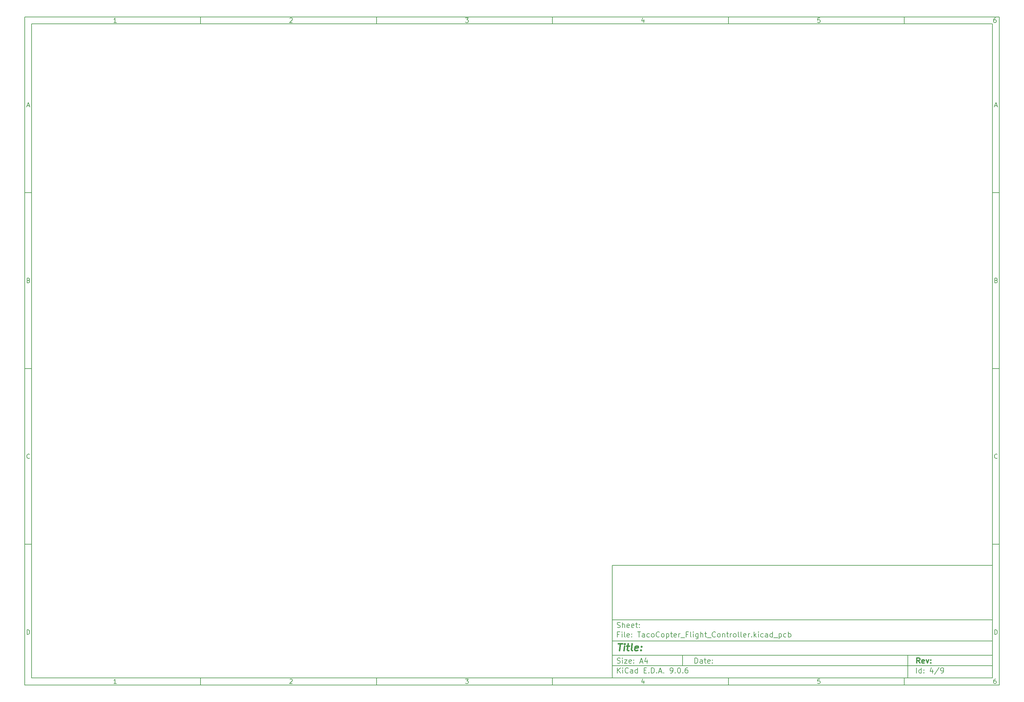
<source format=gbp>
%TF.GenerationSoftware,KiCad,Pcbnew,9.0.6*%
%TF.CreationDate,2025-12-23T20:00:03-05:00*%
%TF.ProjectId,TacoCopter_Flight_Controller,5461636f-436f-4707-9465-725f466c6967,rev?*%
%TF.SameCoordinates,Original*%
%TF.FileFunction,Paste,Bot*%
%TF.FilePolarity,Positive*%
%FSLAX46Y46*%
G04 Gerber Fmt 4.6, Leading zero omitted, Abs format (unit mm)*
G04 Created by KiCad (PCBNEW 9.0.6) date 2025-12-23 20:00:03*
%MOMM*%
%LPD*%
G01*
G04 APERTURE LIST*
%ADD10C,0.100000*%
%ADD11C,0.150000*%
%ADD12C,0.300000*%
%ADD13C,0.400000*%
G04 APERTURE END LIST*
D10*
D11*
X177002200Y-166007200D02*
X285002200Y-166007200D01*
X285002200Y-198007200D01*
X177002200Y-198007200D01*
X177002200Y-166007200D01*
D10*
D11*
X10000000Y-10000000D02*
X287002200Y-10000000D01*
X287002200Y-200007200D01*
X10000000Y-200007200D01*
X10000000Y-10000000D01*
D10*
D11*
X12000000Y-12000000D02*
X285002200Y-12000000D01*
X285002200Y-198007200D01*
X12000000Y-198007200D01*
X12000000Y-12000000D01*
D10*
D11*
X60000000Y-12000000D02*
X60000000Y-10000000D01*
D10*
D11*
X110000000Y-12000000D02*
X110000000Y-10000000D01*
D10*
D11*
X160000000Y-12000000D02*
X160000000Y-10000000D01*
D10*
D11*
X210000000Y-12000000D02*
X210000000Y-10000000D01*
D10*
D11*
X260000000Y-12000000D02*
X260000000Y-10000000D01*
D10*
D11*
X36089160Y-11593604D02*
X35346303Y-11593604D01*
X35717731Y-11593604D02*
X35717731Y-10293604D01*
X35717731Y-10293604D02*
X35593922Y-10479319D01*
X35593922Y-10479319D02*
X35470112Y-10603128D01*
X35470112Y-10603128D02*
X35346303Y-10665033D01*
D10*
D11*
X85346303Y-10417414D02*
X85408207Y-10355509D01*
X85408207Y-10355509D02*
X85532017Y-10293604D01*
X85532017Y-10293604D02*
X85841541Y-10293604D01*
X85841541Y-10293604D02*
X85965350Y-10355509D01*
X85965350Y-10355509D02*
X86027255Y-10417414D01*
X86027255Y-10417414D02*
X86089160Y-10541223D01*
X86089160Y-10541223D02*
X86089160Y-10665033D01*
X86089160Y-10665033D02*
X86027255Y-10850747D01*
X86027255Y-10850747D02*
X85284398Y-11593604D01*
X85284398Y-11593604D02*
X86089160Y-11593604D01*
D10*
D11*
X135284398Y-10293604D02*
X136089160Y-10293604D01*
X136089160Y-10293604D02*
X135655826Y-10788842D01*
X135655826Y-10788842D02*
X135841541Y-10788842D01*
X135841541Y-10788842D02*
X135965350Y-10850747D01*
X135965350Y-10850747D02*
X136027255Y-10912652D01*
X136027255Y-10912652D02*
X136089160Y-11036461D01*
X136089160Y-11036461D02*
X136089160Y-11345985D01*
X136089160Y-11345985D02*
X136027255Y-11469795D01*
X136027255Y-11469795D02*
X135965350Y-11531700D01*
X135965350Y-11531700D02*
X135841541Y-11593604D01*
X135841541Y-11593604D02*
X135470112Y-11593604D01*
X135470112Y-11593604D02*
X135346303Y-11531700D01*
X135346303Y-11531700D02*
X135284398Y-11469795D01*
D10*
D11*
X185965350Y-10726938D02*
X185965350Y-11593604D01*
X185655826Y-10231700D02*
X185346303Y-11160271D01*
X185346303Y-11160271D02*
X186151064Y-11160271D01*
D10*
D11*
X236027255Y-10293604D02*
X235408207Y-10293604D01*
X235408207Y-10293604D02*
X235346303Y-10912652D01*
X235346303Y-10912652D02*
X235408207Y-10850747D01*
X235408207Y-10850747D02*
X235532017Y-10788842D01*
X235532017Y-10788842D02*
X235841541Y-10788842D01*
X235841541Y-10788842D02*
X235965350Y-10850747D01*
X235965350Y-10850747D02*
X236027255Y-10912652D01*
X236027255Y-10912652D02*
X236089160Y-11036461D01*
X236089160Y-11036461D02*
X236089160Y-11345985D01*
X236089160Y-11345985D02*
X236027255Y-11469795D01*
X236027255Y-11469795D02*
X235965350Y-11531700D01*
X235965350Y-11531700D02*
X235841541Y-11593604D01*
X235841541Y-11593604D02*
X235532017Y-11593604D01*
X235532017Y-11593604D02*
X235408207Y-11531700D01*
X235408207Y-11531700D02*
X235346303Y-11469795D01*
D10*
D11*
X285965350Y-10293604D02*
X285717731Y-10293604D01*
X285717731Y-10293604D02*
X285593922Y-10355509D01*
X285593922Y-10355509D02*
X285532017Y-10417414D01*
X285532017Y-10417414D02*
X285408207Y-10603128D01*
X285408207Y-10603128D02*
X285346303Y-10850747D01*
X285346303Y-10850747D02*
X285346303Y-11345985D01*
X285346303Y-11345985D02*
X285408207Y-11469795D01*
X285408207Y-11469795D02*
X285470112Y-11531700D01*
X285470112Y-11531700D02*
X285593922Y-11593604D01*
X285593922Y-11593604D02*
X285841541Y-11593604D01*
X285841541Y-11593604D02*
X285965350Y-11531700D01*
X285965350Y-11531700D02*
X286027255Y-11469795D01*
X286027255Y-11469795D02*
X286089160Y-11345985D01*
X286089160Y-11345985D02*
X286089160Y-11036461D01*
X286089160Y-11036461D02*
X286027255Y-10912652D01*
X286027255Y-10912652D02*
X285965350Y-10850747D01*
X285965350Y-10850747D02*
X285841541Y-10788842D01*
X285841541Y-10788842D02*
X285593922Y-10788842D01*
X285593922Y-10788842D02*
X285470112Y-10850747D01*
X285470112Y-10850747D02*
X285408207Y-10912652D01*
X285408207Y-10912652D02*
X285346303Y-11036461D01*
D10*
D11*
X60000000Y-198007200D02*
X60000000Y-200007200D01*
D10*
D11*
X110000000Y-198007200D02*
X110000000Y-200007200D01*
D10*
D11*
X160000000Y-198007200D02*
X160000000Y-200007200D01*
D10*
D11*
X210000000Y-198007200D02*
X210000000Y-200007200D01*
D10*
D11*
X260000000Y-198007200D02*
X260000000Y-200007200D01*
D10*
D11*
X36089160Y-199600804D02*
X35346303Y-199600804D01*
X35717731Y-199600804D02*
X35717731Y-198300804D01*
X35717731Y-198300804D02*
X35593922Y-198486519D01*
X35593922Y-198486519D02*
X35470112Y-198610328D01*
X35470112Y-198610328D02*
X35346303Y-198672233D01*
D10*
D11*
X85346303Y-198424614D02*
X85408207Y-198362709D01*
X85408207Y-198362709D02*
X85532017Y-198300804D01*
X85532017Y-198300804D02*
X85841541Y-198300804D01*
X85841541Y-198300804D02*
X85965350Y-198362709D01*
X85965350Y-198362709D02*
X86027255Y-198424614D01*
X86027255Y-198424614D02*
X86089160Y-198548423D01*
X86089160Y-198548423D02*
X86089160Y-198672233D01*
X86089160Y-198672233D02*
X86027255Y-198857947D01*
X86027255Y-198857947D02*
X85284398Y-199600804D01*
X85284398Y-199600804D02*
X86089160Y-199600804D01*
D10*
D11*
X135284398Y-198300804D02*
X136089160Y-198300804D01*
X136089160Y-198300804D02*
X135655826Y-198796042D01*
X135655826Y-198796042D02*
X135841541Y-198796042D01*
X135841541Y-198796042D02*
X135965350Y-198857947D01*
X135965350Y-198857947D02*
X136027255Y-198919852D01*
X136027255Y-198919852D02*
X136089160Y-199043661D01*
X136089160Y-199043661D02*
X136089160Y-199353185D01*
X136089160Y-199353185D02*
X136027255Y-199476995D01*
X136027255Y-199476995D02*
X135965350Y-199538900D01*
X135965350Y-199538900D02*
X135841541Y-199600804D01*
X135841541Y-199600804D02*
X135470112Y-199600804D01*
X135470112Y-199600804D02*
X135346303Y-199538900D01*
X135346303Y-199538900D02*
X135284398Y-199476995D01*
D10*
D11*
X185965350Y-198734138D02*
X185965350Y-199600804D01*
X185655826Y-198238900D02*
X185346303Y-199167471D01*
X185346303Y-199167471D02*
X186151064Y-199167471D01*
D10*
D11*
X236027255Y-198300804D02*
X235408207Y-198300804D01*
X235408207Y-198300804D02*
X235346303Y-198919852D01*
X235346303Y-198919852D02*
X235408207Y-198857947D01*
X235408207Y-198857947D02*
X235532017Y-198796042D01*
X235532017Y-198796042D02*
X235841541Y-198796042D01*
X235841541Y-198796042D02*
X235965350Y-198857947D01*
X235965350Y-198857947D02*
X236027255Y-198919852D01*
X236027255Y-198919852D02*
X236089160Y-199043661D01*
X236089160Y-199043661D02*
X236089160Y-199353185D01*
X236089160Y-199353185D02*
X236027255Y-199476995D01*
X236027255Y-199476995D02*
X235965350Y-199538900D01*
X235965350Y-199538900D02*
X235841541Y-199600804D01*
X235841541Y-199600804D02*
X235532017Y-199600804D01*
X235532017Y-199600804D02*
X235408207Y-199538900D01*
X235408207Y-199538900D02*
X235346303Y-199476995D01*
D10*
D11*
X285965350Y-198300804D02*
X285717731Y-198300804D01*
X285717731Y-198300804D02*
X285593922Y-198362709D01*
X285593922Y-198362709D02*
X285532017Y-198424614D01*
X285532017Y-198424614D02*
X285408207Y-198610328D01*
X285408207Y-198610328D02*
X285346303Y-198857947D01*
X285346303Y-198857947D02*
X285346303Y-199353185D01*
X285346303Y-199353185D02*
X285408207Y-199476995D01*
X285408207Y-199476995D02*
X285470112Y-199538900D01*
X285470112Y-199538900D02*
X285593922Y-199600804D01*
X285593922Y-199600804D02*
X285841541Y-199600804D01*
X285841541Y-199600804D02*
X285965350Y-199538900D01*
X285965350Y-199538900D02*
X286027255Y-199476995D01*
X286027255Y-199476995D02*
X286089160Y-199353185D01*
X286089160Y-199353185D02*
X286089160Y-199043661D01*
X286089160Y-199043661D02*
X286027255Y-198919852D01*
X286027255Y-198919852D02*
X285965350Y-198857947D01*
X285965350Y-198857947D02*
X285841541Y-198796042D01*
X285841541Y-198796042D02*
X285593922Y-198796042D01*
X285593922Y-198796042D02*
X285470112Y-198857947D01*
X285470112Y-198857947D02*
X285408207Y-198919852D01*
X285408207Y-198919852D02*
X285346303Y-199043661D01*
D10*
D11*
X10000000Y-60000000D02*
X12000000Y-60000000D01*
D10*
D11*
X10000000Y-110000000D02*
X12000000Y-110000000D01*
D10*
D11*
X10000000Y-160000000D02*
X12000000Y-160000000D01*
D10*
D11*
X10690476Y-35222176D02*
X11309523Y-35222176D01*
X10566666Y-35593604D02*
X10999999Y-34293604D01*
X10999999Y-34293604D02*
X11433333Y-35593604D01*
D10*
D11*
X11092857Y-84912652D02*
X11278571Y-84974557D01*
X11278571Y-84974557D02*
X11340476Y-85036461D01*
X11340476Y-85036461D02*
X11402380Y-85160271D01*
X11402380Y-85160271D02*
X11402380Y-85345985D01*
X11402380Y-85345985D02*
X11340476Y-85469795D01*
X11340476Y-85469795D02*
X11278571Y-85531700D01*
X11278571Y-85531700D02*
X11154761Y-85593604D01*
X11154761Y-85593604D02*
X10659523Y-85593604D01*
X10659523Y-85593604D02*
X10659523Y-84293604D01*
X10659523Y-84293604D02*
X11092857Y-84293604D01*
X11092857Y-84293604D02*
X11216666Y-84355509D01*
X11216666Y-84355509D02*
X11278571Y-84417414D01*
X11278571Y-84417414D02*
X11340476Y-84541223D01*
X11340476Y-84541223D02*
X11340476Y-84665033D01*
X11340476Y-84665033D02*
X11278571Y-84788842D01*
X11278571Y-84788842D02*
X11216666Y-84850747D01*
X11216666Y-84850747D02*
X11092857Y-84912652D01*
X11092857Y-84912652D02*
X10659523Y-84912652D01*
D10*
D11*
X11402380Y-135469795D02*
X11340476Y-135531700D01*
X11340476Y-135531700D02*
X11154761Y-135593604D01*
X11154761Y-135593604D02*
X11030952Y-135593604D01*
X11030952Y-135593604D02*
X10845238Y-135531700D01*
X10845238Y-135531700D02*
X10721428Y-135407890D01*
X10721428Y-135407890D02*
X10659523Y-135284080D01*
X10659523Y-135284080D02*
X10597619Y-135036461D01*
X10597619Y-135036461D02*
X10597619Y-134850747D01*
X10597619Y-134850747D02*
X10659523Y-134603128D01*
X10659523Y-134603128D02*
X10721428Y-134479319D01*
X10721428Y-134479319D02*
X10845238Y-134355509D01*
X10845238Y-134355509D02*
X11030952Y-134293604D01*
X11030952Y-134293604D02*
X11154761Y-134293604D01*
X11154761Y-134293604D02*
X11340476Y-134355509D01*
X11340476Y-134355509D02*
X11402380Y-134417414D01*
D10*
D11*
X10659523Y-185593604D02*
X10659523Y-184293604D01*
X10659523Y-184293604D02*
X10969047Y-184293604D01*
X10969047Y-184293604D02*
X11154761Y-184355509D01*
X11154761Y-184355509D02*
X11278571Y-184479319D01*
X11278571Y-184479319D02*
X11340476Y-184603128D01*
X11340476Y-184603128D02*
X11402380Y-184850747D01*
X11402380Y-184850747D02*
X11402380Y-185036461D01*
X11402380Y-185036461D02*
X11340476Y-185284080D01*
X11340476Y-185284080D02*
X11278571Y-185407890D01*
X11278571Y-185407890D02*
X11154761Y-185531700D01*
X11154761Y-185531700D02*
X10969047Y-185593604D01*
X10969047Y-185593604D02*
X10659523Y-185593604D01*
D10*
D11*
X287002200Y-60000000D02*
X285002200Y-60000000D01*
D10*
D11*
X287002200Y-110000000D02*
X285002200Y-110000000D01*
D10*
D11*
X287002200Y-160000000D02*
X285002200Y-160000000D01*
D10*
D11*
X285692676Y-35222176D02*
X286311723Y-35222176D01*
X285568866Y-35593604D02*
X286002199Y-34293604D01*
X286002199Y-34293604D02*
X286435533Y-35593604D01*
D10*
D11*
X286095057Y-84912652D02*
X286280771Y-84974557D01*
X286280771Y-84974557D02*
X286342676Y-85036461D01*
X286342676Y-85036461D02*
X286404580Y-85160271D01*
X286404580Y-85160271D02*
X286404580Y-85345985D01*
X286404580Y-85345985D02*
X286342676Y-85469795D01*
X286342676Y-85469795D02*
X286280771Y-85531700D01*
X286280771Y-85531700D02*
X286156961Y-85593604D01*
X286156961Y-85593604D02*
X285661723Y-85593604D01*
X285661723Y-85593604D02*
X285661723Y-84293604D01*
X285661723Y-84293604D02*
X286095057Y-84293604D01*
X286095057Y-84293604D02*
X286218866Y-84355509D01*
X286218866Y-84355509D02*
X286280771Y-84417414D01*
X286280771Y-84417414D02*
X286342676Y-84541223D01*
X286342676Y-84541223D02*
X286342676Y-84665033D01*
X286342676Y-84665033D02*
X286280771Y-84788842D01*
X286280771Y-84788842D02*
X286218866Y-84850747D01*
X286218866Y-84850747D02*
X286095057Y-84912652D01*
X286095057Y-84912652D02*
X285661723Y-84912652D01*
D10*
D11*
X286404580Y-135469795D02*
X286342676Y-135531700D01*
X286342676Y-135531700D02*
X286156961Y-135593604D01*
X286156961Y-135593604D02*
X286033152Y-135593604D01*
X286033152Y-135593604D02*
X285847438Y-135531700D01*
X285847438Y-135531700D02*
X285723628Y-135407890D01*
X285723628Y-135407890D02*
X285661723Y-135284080D01*
X285661723Y-135284080D02*
X285599819Y-135036461D01*
X285599819Y-135036461D02*
X285599819Y-134850747D01*
X285599819Y-134850747D02*
X285661723Y-134603128D01*
X285661723Y-134603128D02*
X285723628Y-134479319D01*
X285723628Y-134479319D02*
X285847438Y-134355509D01*
X285847438Y-134355509D02*
X286033152Y-134293604D01*
X286033152Y-134293604D02*
X286156961Y-134293604D01*
X286156961Y-134293604D02*
X286342676Y-134355509D01*
X286342676Y-134355509D02*
X286404580Y-134417414D01*
D10*
D11*
X285661723Y-185593604D02*
X285661723Y-184293604D01*
X285661723Y-184293604D02*
X285971247Y-184293604D01*
X285971247Y-184293604D02*
X286156961Y-184355509D01*
X286156961Y-184355509D02*
X286280771Y-184479319D01*
X286280771Y-184479319D02*
X286342676Y-184603128D01*
X286342676Y-184603128D02*
X286404580Y-184850747D01*
X286404580Y-184850747D02*
X286404580Y-185036461D01*
X286404580Y-185036461D02*
X286342676Y-185284080D01*
X286342676Y-185284080D02*
X286280771Y-185407890D01*
X286280771Y-185407890D02*
X286156961Y-185531700D01*
X286156961Y-185531700D02*
X285971247Y-185593604D01*
X285971247Y-185593604D02*
X285661723Y-185593604D01*
D10*
D11*
X200458026Y-193793328D02*
X200458026Y-192293328D01*
X200458026Y-192293328D02*
X200815169Y-192293328D01*
X200815169Y-192293328D02*
X201029455Y-192364757D01*
X201029455Y-192364757D02*
X201172312Y-192507614D01*
X201172312Y-192507614D02*
X201243741Y-192650471D01*
X201243741Y-192650471D02*
X201315169Y-192936185D01*
X201315169Y-192936185D02*
X201315169Y-193150471D01*
X201315169Y-193150471D02*
X201243741Y-193436185D01*
X201243741Y-193436185D02*
X201172312Y-193579042D01*
X201172312Y-193579042D02*
X201029455Y-193721900D01*
X201029455Y-193721900D02*
X200815169Y-193793328D01*
X200815169Y-193793328D02*
X200458026Y-193793328D01*
X202600884Y-193793328D02*
X202600884Y-193007614D01*
X202600884Y-193007614D02*
X202529455Y-192864757D01*
X202529455Y-192864757D02*
X202386598Y-192793328D01*
X202386598Y-192793328D02*
X202100884Y-192793328D01*
X202100884Y-192793328D02*
X201958026Y-192864757D01*
X202600884Y-193721900D02*
X202458026Y-193793328D01*
X202458026Y-193793328D02*
X202100884Y-193793328D01*
X202100884Y-193793328D02*
X201958026Y-193721900D01*
X201958026Y-193721900D02*
X201886598Y-193579042D01*
X201886598Y-193579042D02*
X201886598Y-193436185D01*
X201886598Y-193436185D02*
X201958026Y-193293328D01*
X201958026Y-193293328D02*
X202100884Y-193221900D01*
X202100884Y-193221900D02*
X202458026Y-193221900D01*
X202458026Y-193221900D02*
X202600884Y-193150471D01*
X203100884Y-192793328D02*
X203672312Y-192793328D01*
X203315169Y-192293328D02*
X203315169Y-193579042D01*
X203315169Y-193579042D02*
X203386598Y-193721900D01*
X203386598Y-193721900D02*
X203529455Y-193793328D01*
X203529455Y-193793328D02*
X203672312Y-193793328D01*
X204743741Y-193721900D02*
X204600884Y-193793328D01*
X204600884Y-193793328D02*
X204315170Y-193793328D01*
X204315170Y-193793328D02*
X204172312Y-193721900D01*
X204172312Y-193721900D02*
X204100884Y-193579042D01*
X204100884Y-193579042D02*
X204100884Y-193007614D01*
X204100884Y-193007614D02*
X204172312Y-192864757D01*
X204172312Y-192864757D02*
X204315170Y-192793328D01*
X204315170Y-192793328D02*
X204600884Y-192793328D01*
X204600884Y-192793328D02*
X204743741Y-192864757D01*
X204743741Y-192864757D02*
X204815170Y-193007614D01*
X204815170Y-193007614D02*
X204815170Y-193150471D01*
X204815170Y-193150471D02*
X204100884Y-193293328D01*
X205458026Y-193650471D02*
X205529455Y-193721900D01*
X205529455Y-193721900D02*
X205458026Y-193793328D01*
X205458026Y-193793328D02*
X205386598Y-193721900D01*
X205386598Y-193721900D02*
X205458026Y-193650471D01*
X205458026Y-193650471D02*
X205458026Y-193793328D01*
X205458026Y-192864757D02*
X205529455Y-192936185D01*
X205529455Y-192936185D02*
X205458026Y-193007614D01*
X205458026Y-193007614D02*
X205386598Y-192936185D01*
X205386598Y-192936185D02*
X205458026Y-192864757D01*
X205458026Y-192864757D02*
X205458026Y-193007614D01*
D10*
D11*
X177002200Y-194507200D02*
X285002200Y-194507200D01*
D10*
D11*
X178458026Y-196593328D02*
X178458026Y-195093328D01*
X179315169Y-196593328D02*
X178672312Y-195736185D01*
X179315169Y-195093328D02*
X178458026Y-195950471D01*
X179958026Y-196593328D02*
X179958026Y-195593328D01*
X179958026Y-195093328D02*
X179886598Y-195164757D01*
X179886598Y-195164757D02*
X179958026Y-195236185D01*
X179958026Y-195236185D02*
X180029455Y-195164757D01*
X180029455Y-195164757D02*
X179958026Y-195093328D01*
X179958026Y-195093328D02*
X179958026Y-195236185D01*
X181529455Y-196450471D02*
X181458027Y-196521900D01*
X181458027Y-196521900D02*
X181243741Y-196593328D01*
X181243741Y-196593328D02*
X181100884Y-196593328D01*
X181100884Y-196593328D02*
X180886598Y-196521900D01*
X180886598Y-196521900D02*
X180743741Y-196379042D01*
X180743741Y-196379042D02*
X180672312Y-196236185D01*
X180672312Y-196236185D02*
X180600884Y-195950471D01*
X180600884Y-195950471D02*
X180600884Y-195736185D01*
X180600884Y-195736185D02*
X180672312Y-195450471D01*
X180672312Y-195450471D02*
X180743741Y-195307614D01*
X180743741Y-195307614D02*
X180886598Y-195164757D01*
X180886598Y-195164757D02*
X181100884Y-195093328D01*
X181100884Y-195093328D02*
X181243741Y-195093328D01*
X181243741Y-195093328D02*
X181458027Y-195164757D01*
X181458027Y-195164757D02*
X181529455Y-195236185D01*
X182815170Y-196593328D02*
X182815170Y-195807614D01*
X182815170Y-195807614D02*
X182743741Y-195664757D01*
X182743741Y-195664757D02*
X182600884Y-195593328D01*
X182600884Y-195593328D02*
X182315170Y-195593328D01*
X182315170Y-195593328D02*
X182172312Y-195664757D01*
X182815170Y-196521900D02*
X182672312Y-196593328D01*
X182672312Y-196593328D02*
X182315170Y-196593328D01*
X182315170Y-196593328D02*
X182172312Y-196521900D01*
X182172312Y-196521900D02*
X182100884Y-196379042D01*
X182100884Y-196379042D02*
X182100884Y-196236185D01*
X182100884Y-196236185D02*
X182172312Y-196093328D01*
X182172312Y-196093328D02*
X182315170Y-196021900D01*
X182315170Y-196021900D02*
X182672312Y-196021900D01*
X182672312Y-196021900D02*
X182815170Y-195950471D01*
X184172313Y-196593328D02*
X184172313Y-195093328D01*
X184172313Y-196521900D02*
X184029455Y-196593328D01*
X184029455Y-196593328D02*
X183743741Y-196593328D01*
X183743741Y-196593328D02*
X183600884Y-196521900D01*
X183600884Y-196521900D02*
X183529455Y-196450471D01*
X183529455Y-196450471D02*
X183458027Y-196307614D01*
X183458027Y-196307614D02*
X183458027Y-195879042D01*
X183458027Y-195879042D02*
X183529455Y-195736185D01*
X183529455Y-195736185D02*
X183600884Y-195664757D01*
X183600884Y-195664757D02*
X183743741Y-195593328D01*
X183743741Y-195593328D02*
X184029455Y-195593328D01*
X184029455Y-195593328D02*
X184172313Y-195664757D01*
X186029455Y-195807614D02*
X186529455Y-195807614D01*
X186743741Y-196593328D02*
X186029455Y-196593328D01*
X186029455Y-196593328D02*
X186029455Y-195093328D01*
X186029455Y-195093328D02*
X186743741Y-195093328D01*
X187386598Y-196450471D02*
X187458027Y-196521900D01*
X187458027Y-196521900D02*
X187386598Y-196593328D01*
X187386598Y-196593328D02*
X187315170Y-196521900D01*
X187315170Y-196521900D02*
X187386598Y-196450471D01*
X187386598Y-196450471D02*
X187386598Y-196593328D01*
X188100884Y-196593328D02*
X188100884Y-195093328D01*
X188100884Y-195093328D02*
X188458027Y-195093328D01*
X188458027Y-195093328D02*
X188672313Y-195164757D01*
X188672313Y-195164757D02*
X188815170Y-195307614D01*
X188815170Y-195307614D02*
X188886599Y-195450471D01*
X188886599Y-195450471D02*
X188958027Y-195736185D01*
X188958027Y-195736185D02*
X188958027Y-195950471D01*
X188958027Y-195950471D02*
X188886599Y-196236185D01*
X188886599Y-196236185D02*
X188815170Y-196379042D01*
X188815170Y-196379042D02*
X188672313Y-196521900D01*
X188672313Y-196521900D02*
X188458027Y-196593328D01*
X188458027Y-196593328D02*
X188100884Y-196593328D01*
X189600884Y-196450471D02*
X189672313Y-196521900D01*
X189672313Y-196521900D02*
X189600884Y-196593328D01*
X189600884Y-196593328D02*
X189529456Y-196521900D01*
X189529456Y-196521900D02*
X189600884Y-196450471D01*
X189600884Y-196450471D02*
X189600884Y-196593328D01*
X190243742Y-196164757D02*
X190958028Y-196164757D01*
X190100885Y-196593328D02*
X190600885Y-195093328D01*
X190600885Y-195093328D02*
X191100885Y-196593328D01*
X191600884Y-196450471D02*
X191672313Y-196521900D01*
X191672313Y-196521900D02*
X191600884Y-196593328D01*
X191600884Y-196593328D02*
X191529456Y-196521900D01*
X191529456Y-196521900D02*
X191600884Y-196450471D01*
X191600884Y-196450471D02*
X191600884Y-196593328D01*
X193529456Y-196593328D02*
X193815170Y-196593328D01*
X193815170Y-196593328D02*
X193958027Y-196521900D01*
X193958027Y-196521900D02*
X194029456Y-196450471D01*
X194029456Y-196450471D02*
X194172313Y-196236185D01*
X194172313Y-196236185D02*
X194243742Y-195950471D01*
X194243742Y-195950471D02*
X194243742Y-195379042D01*
X194243742Y-195379042D02*
X194172313Y-195236185D01*
X194172313Y-195236185D02*
X194100885Y-195164757D01*
X194100885Y-195164757D02*
X193958027Y-195093328D01*
X193958027Y-195093328D02*
X193672313Y-195093328D01*
X193672313Y-195093328D02*
X193529456Y-195164757D01*
X193529456Y-195164757D02*
X193458027Y-195236185D01*
X193458027Y-195236185D02*
X193386599Y-195379042D01*
X193386599Y-195379042D02*
X193386599Y-195736185D01*
X193386599Y-195736185D02*
X193458027Y-195879042D01*
X193458027Y-195879042D02*
X193529456Y-195950471D01*
X193529456Y-195950471D02*
X193672313Y-196021900D01*
X193672313Y-196021900D02*
X193958027Y-196021900D01*
X193958027Y-196021900D02*
X194100885Y-195950471D01*
X194100885Y-195950471D02*
X194172313Y-195879042D01*
X194172313Y-195879042D02*
X194243742Y-195736185D01*
X194886598Y-196450471D02*
X194958027Y-196521900D01*
X194958027Y-196521900D02*
X194886598Y-196593328D01*
X194886598Y-196593328D02*
X194815170Y-196521900D01*
X194815170Y-196521900D02*
X194886598Y-196450471D01*
X194886598Y-196450471D02*
X194886598Y-196593328D01*
X195886599Y-195093328D02*
X196029456Y-195093328D01*
X196029456Y-195093328D02*
X196172313Y-195164757D01*
X196172313Y-195164757D02*
X196243742Y-195236185D01*
X196243742Y-195236185D02*
X196315170Y-195379042D01*
X196315170Y-195379042D02*
X196386599Y-195664757D01*
X196386599Y-195664757D02*
X196386599Y-196021900D01*
X196386599Y-196021900D02*
X196315170Y-196307614D01*
X196315170Y-196307614D02*
X196243742Y-196450471D01*
X196243742Y-196450471D02*
X196172313Y-196521900D01*
X196172313Y-196521900D02*
X196029456Y-196593328D01*
X196029456Y-196593328D02*
X195886599Y-196593328D01*
X195886599Y-196593328D02*
X195743742Y-196521900D01*
X195743742Y-196521900D02*
X195672313Y-196450471D01*
X195672313Y-196450471D02*
X195600884Y-196307614D01*
X195600884Y-196307614D02*
X195529456Y-196021900D01*
X195529456Y-196021900D02*
X195529456Y-195664757D01*
X195529456Y-195664757D02*
X195600884Y-195379042D01*
X195600884Y-195379042D02*
X195672313Y-195236185D01*
X195672313Y-195236185D02*
X195743742Y-195164757D01*
X195743742Y-195164757D02*
X195886599Y-195093328D01*
X197029455Y-196450471D02*
X197100884Y-196521900D01*
X197100884Y-196521900D02*
X197029455Y-196593328D01*
X197029455Y-196593328D02*
X196958027Y-196521900D01*
X196958027Y-196521900D02*
X197029455Y-196450471D01*
X197029455Y-196450471D02*
X197029455Y-196593328D01*
X198386599Y-195093328D02*
X198100884Y-195093328D01*
X198100884Y-195093328D02*
X197958027Y-195164757D01*
X197958027Y-195164757D02*
X197886599Y-195236185D01*
X197886599Y-195236185D02*
X197743741Y-195450471D01*
X197743741Y-195450471D02*
X197672313Y-195736185D01*
X197672313Y-195736185D02*
X197672313Y-196307614D01*
X197672313Y-196307614D02*
X197743741Y-196450471D01*
X197743741Y-196450471D02*
X197815170Y-196521900D01*
X197815170Y-196521900D02*
X197958027Y-196593328D01*
X197958027Y-196593328D02*
X198243741Y-196593328D01*
X198243741Y-196593328D02*
X198386599Y-196521900D01*
X198386599Y-196521900D02*
X198458027Y-196450471D01*
X198458027Y-196450471D02*
X198529456Y-196307614D01*
X198529456Y-196307614D02*
X198529456Y-195950471D01*
X198529456Y-195950471D02*
X198458027Y-195807614D01*
X198458027Y-195807614D02*
X198386599Y-195736185D01*
X198386599Y-195736185D02*
X198243741Y-195664757D01*
X198243741Y-195664757D02*
X197958027Y-195664757D01*
X197958027Y-195664757D02*
X197815170Y-195736185D01*
X197815170Y-195736185D02*
X197743741Y-195807614D01*
X197743741Y-195807614D02*
X197672313Y-195950471D01*
D10*
D11*
X177002200Y-191507200D02*
X285002200Y-191507200D01*
D10*
D12*
X264413853Y-193785528D02*
X263913853Y-193071242D01*
X263556710Y-193785528D02*
X263556710Y-192285528D01*
X263556710Y-192285528D02*
X264128139Y-192285528D01*
X264128139Y-192285528D02*
X264270996Y-192356957D01*
X264270996Y-192356957D02*
X264342425Y-192428385D01*
X264342425Y-192428385D02*
X264413853Y-192571242D01*
X264413853Y-192571242D02*
X264413853Y-192785528D01*
X264413853Y-192785528D02*
X264342425Y-192928385D01*
X264342425Y-192928385D02*
X264270996Y-192999814D01*
X264270996Y-192999814D02*
X264128139Y-193071242D01*
X264128139Y-193071242D02*
X263556710Y-193071242D01*
X265628139Y-193714100D02*
X265485282Y-193785528D01*
X265485282Y-193785528D02*
X265199568Y-193785528D01*
X265199568Y-193785528D02*
X265056710Y-193714100D01*
X265056710Y-193714100D02*
X264985282Y-193571242D01*
X264985282Y-193571242D02*
X264985282Y-192999814D01*
X264985282Y-192999814D02*
X265056710Y-192856957D01*
X265056710Y-192856957D02*
X265199568Y-192785528D01*
X265199568Y-192785528D02*
X265485282Y-192785528D01*
X265485282Y-192785528D02*
X265628139Y-192856957D01*
X265628139Y-192856957D02*
X265699568Y-192999814D01*
X265699568Y-192999814D02*
X265699568Y-193142671D01*
X265699568Y-193142671D02*
X264985282Y-193285528D01*
X266199567Y-192785528D02*
X266556710Y-193785528D01*
X266556710Y-193785528D02*
X266913853Y-192785528D01*
X267485281Y-193642671D02*
X267556710Y-193714100D01*
X267556710Y-193714100D02*
X267485281Y-193785528D01*
X267485281Y-193785528D02*
X267413853Y-193714100D01*
X267413853Y-193714100D02*
X267485281Y-193642671D01*
X267485281Y-193642671D02*
X267485281Y-193785528D01*
X267485281Y-192856957D02*
X267556710Y-192928385D01*
X267556710Y-192928385D02*
X267485281Y-192999814D01*
X267485281Y-192999814D02*
X267413853Y-192928385D01*
X267413853Y-192928385D02*
X267485281Y-192856957D01*
X267485281Y-192856957D02*
X267485281Y-192999814D01*
D10*
D11*
X178386598Y-193721900D02*
X178600884Y-193793328D01*
X178600884Y-193793328D02*
X178958026Y-193793328D01*
X178958026Y-193793328D02*
X179100884Y-193721900D01*
X179100884Y-193721900D02*
X179172312Y-193650471D01*
X179172312Y-193650471D02*
X179243741Y-193507614D01*
X179243741Y-193507614D02*
X179243741Y-193364757D01*
X179243741Y-193364757D02*
X179172312Y-193221900D01*
X179172312Y-193221900D02*
X179100884Y-193150471D01*
X179100884Y-193150471D02*
X178958026Y-193079042D01*
X178958026Y-193079042D02*
X178672312Y-193007614D01*
X178672312Y-193007614D02*
X178529455Y-192936185D01*
X178529455Y-192936185D02*
X178458026Y-192864757D01*
X178458026Y-192864757D02*
X178386598Y-192721900D01*
X178386598Y-192721900D02*
X178386598Y-192579042D01*
X178386598Y-192579042D02*
X178458026Y-192436185D01*
X178458026Y-192436185D02*
X178529455Y-192364757D01*
X178529455Y-192364757D02*
X178672312Y-192293328D01*
X178672312Y-192293328D02*
X179029455Y-192293328D01*
X179029455Y-192293328D02*
X179243741Y-192364757D01*
X179886597Y-193793328D02*
X179886597Y-192793328D01*
X179886597Y-192293328D02*
X179815169Y-192364757D01*
X179815169Y-192364757D02*
X179886597Y-192436185D01*
X179886597Y-192436185D02*
X179958026Y-192364757D01*
X179958026Y-192364757D02*
X179886597Y-192293328D01*
X179886597Y-192293328D02*
X179886597Y-192436185D01*
X180458026Y-192793328D02*
X181243741Y-192793328D01*
X181243741Y-192793328D02*
X180458026Y-193793328D01*
X180458026Y-193793328D02*
X181243741Y-193793328D01*
X182386598Y-193721900D02*
X182243741Y-193793328D01*
X182243741Y-193793328D02*
X181958027Y-193793328D01*
X181958027Y-193793328D02*
X181815169Y-193721900D01*
X181815169Y-193721900D02*
X181743741Y-193579042D01*
X181743741Y-193579042D02*
X181743741Y-193007614D01*
X181743741Y-193007614D02*
X181815169Y-192864757D01*
X181815169Y-192864757D02*
X181958027Y-192793328D01*
X181958027Y-192793328D02*
X182243741Y-192793328D01*
X182243741Y-192793328D02*
X182386598Y-192864757D01*
X182386598Y-192864757D02*
X182458027Y-193007614D01*
X182458027Y-193007614D02*
X182458027Y-193150471D01*
X182458027Y-193150471D02*
X181743741Y-193293328D01*
X183100883Y-193650471D02*
X183172312Y-193721900D01*
X183172312Y-193721900D02*
X183100883Y-193793328D01*
X183100883Y-193793328D02*
X183029455Y-193721900D01*
X183029455Y-193721900D02*
X183100883Y-193650471D01*
X183100883Y-193650471D02*
X183100883Y-193793328D01*
X183100883Y-192864757D02*
X183172312Y-192936185D01*
X183172312Y-192936185D02*
X183100883Y-193007614D01*
X183100883Y-193007614D02*
X183029455Y-192936185D01*
X183029455Y-192936185D02*
X183100883Y-192864757D01*
X183100883Y-192864757D02*
X183100883Y-193007614D01*
X184886598Y-193364757D02*
X185600884Y-193364757D01*
X184743741Y-193793328D02*
X185243741Y-192293328D01*
X185243741Y-192293328D02*
X185743741Y-193793328D01*
X186886598Y-192793328D02*
X186886598Y-193793328D01*
X186529455Y-192221900D02*
X186172312Y-193293328D01*
X186172312Y-193293328D02*
X187100883Y-193293328D01*
D10*
D11*
X263458026Y-196593328D02*
X263458026Y-195093328D01*
X264815170Y-196593328D02*
X264815170Y-195093328D01*
X264815170Y-196521900D02*
X264672312Y-196593328D01*
X264672312Y-196593328D02*
X264386598Y-196593328D01*
X264386598Y-196593328D02*
X264243741Y-196521900D01*
X264243741Y-196521900D02*
X264172312Y-196450471D01*
X264172312Y-196450471D02*
X264100884Y-196307614D01*
X264100884Y-196307614D02*
X264100884Y-195879042D01*
X264100884Y-195879042D02*
X264172312Y-195736185D01*
X264172312Y-195736185D02*
X264243741Y-195664757D01*
X264243741Y-195664757D02*
X264386598Y-195593328D01*
X264386598Y-195593328D02*
X264672312Y-195593328D01*
X264672312Y-195593328D02*
X264815170Y-195664757D01*
X265529455Y-196450471D02*
X265600884Y-196521900D01*
X265600884Y-196521900D02*
X265529455Y-196593328D01*
X265529455Y-196593328D02*
X265458027Y-196521900D01*
X265458027Y-196521900D02*
X265529455Y-196450471D01*
X265529455Y-196450471D02*
X265529455Y-196593328D01*
X265529455Y-195664757D02*
X265600884Y-195736185D01*
X265600884Y-195736185D02*
X265529455Y-195807614D01*
X265529455Y-195807614D02*
X265458027Y-195736185D01*
X265458027Y-195736185D02*
X265529455Y-195664757D01*
X265529455Y-195664757D02*
X265529455Y-195807614D01*
X268029456Y-195593328D02*
X268029456Y-196593328D01*
X267672313Y-195021900D02*
X267315170Y-196093328D01*
X267315170Y-196093328D02*
X268243741Y-196093328D01*
X269886598Y-195021900D02*
X268600884Y-196950471D01*
X270458027Y-196593328D02*
X270743741Y-196593328D01*
X270743741Y-196593328D02*
X270886598Y-196521900D01*
X270886598Y-196521900D02*
X270958027Y-196450471D01*
X270958027Y-196450471D02*
X271100884Y-196236185D01*
X271100884Y-196236185D02*
X271172313Y-195950471D01*
X271172313Y-195950471D02*
X271172313Y-195379042D01*
X271172313Y-195379042D02*
X271100884Y-195236185D01*
X271100884Y-195236185D02*
X271029456Y-195164757D01*
X271029456Y-195164757D02*
X270886598Y-195093328D01*
X270886598Y-195093328D02*
X270600884Y-195093328D01*
X270600884Y-195093328D02*
X270458027Y-195164757D01*
X270458027Y-195164757D02*
X270386598Y-195236185D01*
X270386598Y-195236185D02*
X270315170Y-195379042D01*
X270315170Y-195379042D02*
X270315170Y-195736185D01*
X270315170Y-195736185D02*
X270386598Y-195879042D01*
X270386598Y-195879042D02*
X270458027Y-195950471D01*
X270458027Y-195950471D02*
X270600884Y-196021900D01*
X270600884Y-196021900D02*
X270886598Y-196021900D01*
X270886598Y-196021900D02*
X271029456Y-195950471D01*
X271029456Y-195950471D02*
X271100884Y-195879042D01*
X271100884Y-195879042D02*
X271172313Y-195736185D01*
D10*
D11*
X177002200Y-187507200D02*
X285002200Y-187507200D01*
D10*
D13*
X178693928Y-188211638D02*
X179836785Y-188211638D01*
X179015357Y-190211638D02*
X179265357Y-188211638D01*
X180253452Y-190211638D02*
X180420119Y-188878304D01*
X180503452Y-188211638D02*
X180396309Y-188306876D01*
X180396309Y-188306876D02*
X180479643Y-188402114D01*
X180479643Y-188402114D02*
X180586786Y-188306876D01*
X180586786Y-188306876D02*
X180503452Y-188211638D01*
X180503452Y-188211638D02*
X180479643Y-188402114D01*
X181086786Y-188878304D02*
X181848690Y-188878304D01*
X181455833Y-188211638D02*
X181241548Y-189925923D01*
X181241548Y-189925923D02*
X181312976Y-190116400D01*
X181312976Y-190116400D02*
X181491548Y-190211638D01*
X181491548Y-190211638D02*
X181682024Y-190211638D01*
X182634405Y-190211638D02*
X182455833Y-190116400D01*
X182455833Y-190116400D02*
X182384405Y-189925923D01*
X182384405Y-189925923D02*
X182598690Y-188211638D01*
X184170119Y-190116400D02*
X183967738Y-190211638D01*
X183967738Y-190211638D02*
X183586785Y-190211638D01*
X183586785Y-190211638D02*
X183408214Y-190116400D01*
X183408214Y-190116400D02*
X183336785Y-189925923D01*
X183336785Y-189925923D02*
X183432024Y-189164019D01*
X183432024Y-189164019D02*
X183551071Y-188973542D01*
X183551071Y-188973542D02*
X183753452Y-188878304D01*
X183753452Y-188878304D02*
X184134404Y-188878304D01*
X184134404Y-188878304D02*
X184312976Y-188973542D01*
X184312976Y-188973542D02*
X184384404Y-189164019D01*
X184384404Y-189164019D02*
X184360595Y-189354495D01*
X184360595Y-189354495D02*
X183384404Y-189544971D01*
X185134405Y-190021161D02*
X185217738Y-190116400D01*
X185217738Y-190116400D02*
X185110595Y-190211638D01*
X185110595Y-190211638D02*
X185027262Y-190116400D01*
X185027262Y-190116400D02*
X185134405Y-190021161D01*
X185134405Y-190021161D02*
X185110595Y-190211638D01*
X185265357Y-188973542D02*
X185348690Y-189068780D01*
X185348690Y-189068780D02*
X185241548Y-189164019D01*
X185241548Y-189164019D02*
X185158214Y-189068780D01*
X185158214Y-189068780D02*
X185265357Y-188973542D01*
X185265357Y-188973542D02*
X185241548Y-189164019D01*
D10*
D11*
X178958026Y-185607614D02*
X178458026Y-185607614D01*
X178458026Y-186393328D02*
X178458026Y-184893328D01*
X178458026Y-184893328D02*
X179172312Y-184893328D01*
X179743740Y-186393328D02*
X179743740Y-185393328D01*
X179743740Y-184893328D02*
X179672312Y-184964757D01*
X179672312Y-184964757D02*
X179743740Y-185036185D01*
X179743740Y-185036185D02*
X179815169Y-184964757D01*
X179815169Y-184964757D02*
X179743740Y-184893328D01*
X179743740Y-184893328D02*
X179743740Y-185036185D01*
X180672312Y-186393328D02*
X180529455Y-186321900D01*
X180529455Y-186321900D02*
X180458026Y-186179042D01*
X180458026Y-186179042D02*
X180458026Y-184893328D01*
X181815169Y-186321900D02*
X181672312Y-186393328D01*
X181672312Y-186393328D02*
X181386598Y-186393328D01*
X181386598Y-186393328D02*
X181243740Y-186321900D01*
X181243740Y-186321900D02*
X181172312Y-186179042D01*
X181172312Y-186179042D02*
X181172312Y-185607614D01*
X181172312Y-185607614D02*
X181243740Y-185464757D01*
X181243740Y-185464757D02*
X181386598Y-185393328D01*
X181386598Y-185393328D02*
X181672312Y-185393328D01*
X181672312Y-185393328D02*
X181815169Y-185464757D01*
X181815169Y-185464757D02*
X181886598Y-185607614D01*
X181886598Y-185607614D02*
X181886598Y-185750471D01*
X181886598Y-185750471D02*
X181172312Y-185893328D01*
X182529454Y-186250471D02*
X182600883Y-186321900D01*
X182600883Y-186321900D02*
X182529454Y-186393328D01*
X182529454Y-186393328D02*
X182458026Y-186321900D01*
X182458026Y-186321900D02*
X182529454Y-186250471D01*
X182529454Y-186250471D02*
X182529454Y-186393328D01*
X182529454Y-185464757D02*
X182600883Y-185536185D01*
X182600883Y-185536185D02*
X182529454Y-185607614D01*
X182529454Y-185607614D02*
X182458026Y-185536185D01*
X182458026Y-185536185D02*
X182529454Y-185464757D01*
X182529454Y-185464757D02*
X182529454Y-185607614D01*
X184172312Y-184893328D02*
X185029455Y-184893328D01*
X184600883Y-186393328D02*
X184600883Y-184893328D01*
X186172312Y-186393328D02*
X186172312Y-185607614D01*
X186172312Y-185607614D02*
X186100883Y-185464757D01*
X186100883Y-185464757D02*
X185958026Y-185393328D01*
X185958026Y-185393328D02*
X185672312Y-185393328D01*
X185672312Y-185393328D02*
X185529454Y-185464757D01*
X186172312Y-186321900D02*
X186029454Y-186393328D01*
X186029454Y-186393328D02*
X185672312Y-186393328D01*
X185672312Y-186393328D02*
X185529454Y-186321900D01*
X185529454Y-186321900D02*
X185458026Y-186179042D01*
X185458026Y-186179042D02*
X185458026Y-186036185D01*
X185458026Y-186036185D02*
X185529454Y-185893328D01*
X185529454Y-185893328D02*
X185672312Y-185821900D01*
X185672312Y-185821900D02*
X186029454Y-185821900D01*
X186029454Y-185821900D02*
X186172312Y-185750471D01*
X187529455Y-186321900D02*
X187386597Y-186393328D01*
X187386597Y-186393328D02*
X187100883Y-186393328D01*
X187100883Y-186393328D02*
X186958026Y-186321900D01*
X186958026Y-186321900D02*
X186886597Y-186250471D01*
X186886597Y-186250471D02*
X186815169Y-186107614D01*
X186815169Y-186107614D02*
X186815169Y-185679042D01*
X186815169Y-185679042D02*
X186886597Y-185536185D01*
X186886597Y-185536185D02*
X186958026Y-185464757D01*
X186958026Y-185464757D02*
X187100883Y-185393328D01*
X187100883Y-185393328D02*
X187386597Y-185393328D01*
X187386597Y-185393328D02*
X187529455Y-185464757D01*
X188386597Y-186393328D02*
X188243740Y-186321900D01*
X188243740Y-186321900D02*
X188172311Y-186250471D01*
X188172311Y-186250471D02*
X188100883Y-186107614D01*
X188100883Y-186107614D02*
X188100883Y-185679042D01*
X188100883Y-185679042D02*
X188172311Y-185536185D01*
X188172311Y-185536185D02*
X188243740Y-185464757D01*
X188243740Y-185464757D02*
X188386597Y-185393328D01*
X188386597Y-185393328D02*
X188600883Y-185393328D01*
X188600883Y-185393328D02*
X188743740Y-185464757D01*
X188743740Y-185464757D02*
X188815169Y-185536185D01*
X188815169Y-185536185D02*
X188886597Y-185679042D01*
X188886597Y-185679042D02*
X188886597Y-186107614D01*
X188886597Y-186107614D02*
X188815169Y-186250471D01*
X188815169Y-186250471D02*
X188743740Y-186321900D01*
X188743740Y-186321900D02*
X188600883Y-186393328D01*
X188600883Y-186393328D02*
X188386597Y-186393328D01*
X190386597Y-186250471D02*
X190315169Y-186321900D01*
X190315169Y-186321900D02*
X190100883Y-186393328D01*
X190100883Y-186393328D02*
X189958026Y-186393328D01*
X189958026Y-186393328D02*
X189743740Y-186321900D01*
X189743740Y-186321900D02*
X189600883Y-186179042D01*
X189600883Y-186179042D02*
X189529454Y-186036185D01*
X189529454Y-186036185D02*
X189458026Y-185750471D01*
X189458026Y-185750471D02*
X189458026Y-185536185D01*
X189458026Y-185536185D02*
X189529454Y-185250471D01*
X189529454Y-185250471D02*
X189600883Y-185107614D01*
X189600883Y-185107614D02*
X189743740Y-184964757D01*
X189743740Y-184964757D02*
X189958026Y-184893328D01*
X189958026Y-184893328D02*
X190100883Y-184893328D01*
X190100883Y-184893328D02*
X190315169Y-184964757D01*
X190315169Y-184964757D02*
X190386597Y-185036185D01*
X191243740Y-186393328D02*
X191100883Y-186321900D01*
X191100883Y-186321900D02*
X191029454Y-186250471D01*
X191029454Y-186250471D02*
X190958026Y-186107614D01*
X190958026Y-186107614D02*
X190958026Y-185679042D01*
X190958026Y-185679042D02*
X191029454Y-185536185D01*
X191029454Y-185536185D02*
X191100883Y-185464757D01*
X191100883Y-185464757D02*
X191243740Y-185393328D01*
X191243740Y-185393328D02*
X191458026Y-185393328D01*
X191458026Y-185393328D02*
X191600883Y-185464757D01*
X191600883Y-185464757D02*
X191672312Y-185536185D01*
X191672312Y-185536185D02*
X191743740Y-185679042D01*
X191743740Y-185679042D02*
X191743740Y-186107614D01*
X191743740Y-186107614D02*
X191672312Y-186250471D01*
X191672312Y-186250471D02*
X191600883Y-186321900D01*
X191600883Y-186321900D02*
X191458026Y-186393328D01*
X191458026Y-186393328D02*
X191243740Y-186393328D01*
X192386597Y-185393328D02*
X192386597Y-186893328D01*
X192386597Y-185464757D02*
X192529455Y-185393328D01*
X192529455Y-185393328D02*
X192815169Y-185393328D01*
X192815169Y-185393328D02*
X192958026Y-185464757D01*
X192958026Y-185464757D02*
X193029455Y-185536185D01*
X193029455Y-185536185D02*
X193100883Y-185679042D01*
X193100883Y-185679042D02*
X193100883Y-186107614D01*
X193100883Y-186107614D02*
X193029455Y-186250471D01*
X193029455Y-186250471D02*
X192958026Y-186321900D01*
X192958026Y-186321900D02*
X192815169Y-186393328D01*
X192815169Y-186393328D02*
X192529455Y-186393328D01*
X192529455Y-186393328D02*
X192386597Y-186321900D01*
X193529455Y-185393328D02*
X194100883Y-185393328D01*
X193743740Y-184893328D02*
X193743740Y-186179042D01*
X193743740Y-186179042D02*
X193815169Y-186321900D01*
X193815169Y-186321900D02*
X193958026Y-186393328D01*
X193958026Y-186393328D02*
X194100883Y-186393328D01*
X195172312Y-186321900D02*
X195029455Y-186393328D01*
X195029455Y-186393328D02*
X194743741Y-186393328D01*
X194743741Y-186393328D02*
X194600883Y-186321900D01*
X194600883Y-186321900D02*
X194529455Y-186179042D01*
X194529455Y-186179042D02*
X194529455Y-185607614D01*
X194529455Y-185607614D02*
X194600883Y-185464757D01*
X194600883Y-185464757D02*
X194743741Y-185393328D01*
X194743741Y-185393328D02*
X195029455Y-185393328D01*
X195029455Y-185393328D02*
X195172312Y-185464757D01*
X195172312Y-185464757D02*
X195243741Y-185607614D01*
X195243741Y-185607614D02*
X195243741Y-185750471D01*
X195243741Y-185750471D02*
X194529455Y-185893328D01*
X195886597Y-186393328D02*
X195886597Y-185393328D01*
X195886597Y-185679042D02*
X195958026Y-185536185D01*
X195958026Y-185536185D02*
X196029455Y-185464757D01*
X196029455Y-185464757D02*
X196172312Y-185393328D01*
X196172312Y-185393328D02*
X196315169Y-185393328D01*
X196458026Y-186536185D02*
X197600883Y-186536185D01*
X198458025Y-185607614D02*
X197958025Y-185607614D01*
X197958025Y-186393328D02*
X197958025Y-184893328D01*
X197958025Y-184893328D02*
X198672311Y-184893328D01*
X199458025Y-186393328D02*
X199315168Y-186321900D01*
X199315168Y-186321900D02*
X199243739Y-186179042D01*
X199243739Y-186179042D02*
X199243739Y-184893328D01*
X200029453Y-186393328D02*
X200029453Y-185393328D01*
X200029453Y-184893328D02*
X199958025Y-184964757D01*
X199958025Y-184964757D02*
X200029453Y-185036185D01*
X200029453Y-185036185D02*
X200100882Y-184964757D01*
X200100882Y-184964757D02*
X200029453Y-184893328D01*
X200029453Y-184893328D02*
X200029453Y-185036185D01*
X201386597Y-185393328D02*
X201386597Y-186607614D01*
X201386597Y-186607614D02*
X201315168Y-186750471D01*
X201315168Y-186750471D02*
X201243739Y-186821900D01*
X201243739Y-186821900D02*
X201100882Y-186893328D01*
X201100882Y-186893328D02*
X200886597Y-186893328D01*
X200886597Y-186893328D02*
X200743739Y-186821900D01*
X201386597Y-186321900D02*
X201243739Y-186393328D01*
X201243739Y-186393328D02*
X200958025Y-186393328D01*
X200958025Y-186393328D02*
X200815168Y-186321900D01*
X200815168Y-186321900D02*
X200743739Y-186250471D01*
X200743739Y-186250471D02*
X200672311Y-186107614D01*
X200672311Y-186107614D02*
X200672311Y-185679042D01*
X200672311Y-185679042D02*
X200743739Y-185536185D01*
X200743739Y-185536185D02*
X200815168Y-185464757D01*
X200815168Y-185464757D02*
X200958025Y-185393328D01*
X200958025Y-185393328D02*
X201243739Y-185393328D01*
X201243739Y-185393328D02*
X201386597Y-185464757D01*
X202100882Y-186393328D02*
X202100882Y-184893328D01*
X202743740Y-186393328D02*
X202743740Y-185607614D01*
X202743740Y-185607614D02*
X202672311Y-185464757D01*
X202672311Y-185464757D02*
X202529454Y-185393328D01*
X202529454Y-185393328D02*
X202315168Y-185393328D01*
X202315168Y-185393328D02*
X202172311Y-185464757D01*
X202172311Y-185464757D02*
X202100882Y-185536185D01*
X203243740Y-185393328D02*
X203815168Y-185393328D01*
X203458025Y-184893328D02*
X203458025Y-186179042D01*
X203458025Y-186179042D02*
X203529454Y-186321900D01*
X203529454Y-186321900D02*
X203672311Y-186393328D01*
X203672311Y-186393328D02*
X203815168Y-186393328D01*
X203958026Y-186536185D02*
X205100883Y-186536185D01*
X206315168Y-186250471D02*
X206243740Y-186321900D01*
X206243740Y-186321900D02*
X206029454Y-186393328D01*
X206029454Y-186393328D02*
X205886597Y-186393328D01*
X205886597Y-186393328D02*
X205672311Y-186321900D01*
X205672311Y-186321900D02*
X205529454Y-186179042D01*
X205529454Y-186179042D02*
X205458025Y-186036185D01*
X205458025Y-186036185D02*
X205386597Y-185750471D01*
X205386597Y-185750471D02*
X205386597Y-185536185D01*
X205386597Y-185536185D02*
X205458025Y-185250471D01*
X205458025Y-185250471D02*
X205529454Y-185107614D01*
X205529454Y-185107614D02*
X205672311Y-184964757D01*
X205672311Y-184964757D02*
X205886597Y-184893328D01*
X205886597Y-184893328D02*
X206029454Y-184893328D01*
X206029454Y-184893328D02*
X206243740Y-184964757D01*
X206243740Y-184964757D02*
X206315168Y-185036185D01*
X207172311Y-186393328D02*
X207029454Y-186321900D01*
X207029454Y-186321900D02*
X206958025Y-186250471D01*
X206958025Y-186250471D02*
X206886597Y-186107614D01*
X206886597Y-186107614D02*
X206886597Y-185679042D01*
X206886597Y-185679042D02*
X206958025Y-185536185D01*
X206958025Y-185536185D02*
X207029454Y-185464757D01*
X207029454Y-185464757D02*
X207172311Y-185393328D01*
X207172311Y-185393328D02*
X207386597Y-185393328D01*
X207386597Y-185393328D02*
X207529454Y-185464757D01*
X207529454Y-185464757D02*
X207600883Y-185536185D01*
X207600883Y-185536185D02*
X207672311Y-185679042D01*
X207672311Y-185679042D02*
X207672311Y-186107614D01*
X207672311Y-186107614D02*
X207600883Y-186250471D01*
X207600883Y-186250471D02*
X207529454Y-186321900D01*
X207529454Y-186321900D02*
X207386597Y-186393328D01*
X207386597Y-186393328D02*
X207172311Y-186393328D01*
X208315168Y-185393328D02*
X208315168Y-186393328D01*
X208315168Y-185536185D02*
X208386597Y-185464757D01*
X208386597Y-185464757D02*
X208529454Y-185393328D01*
X208529454Y-185393328D02*
X208743740Y-185393328D01*
X208743740Y-185393328D02*
X208886597Y-185464757D01*
X208886597Y-185464757D02*
X208958026Y-185607614D01*
X208958026Y-185607614D02*
X208958026Y-186393328D01*
X209458026Y-185393328D02*
X210029454Y-185393328D01*
X209672311Y-184893328D02*
X209672311Y-186179042D01*
X209672311Y-186179042D02*
X209743740Y-186321900D01*
X209743740Y-186321900D02*
X209886597Y-186393328D01*
X209886597Y-186393328D02*
X210029454Y-186393328D01*
X210529454Y-186393328D02*
X210529454Y-185393328D01*
X210529454Y-185679042D02*
X210600883Y-185536185D01*
X210600883Y-185536185D02*
X210672312Y-185464757D01*
X210672312Y-185464757D02*
X210815169Y-185393328D01*
X210815169Y-185393328D02*
X210958026Y-185393328D01*
X211672311Y-186393328D02*
X211529454Y-186321900D01*
X211529454Y-186321900D02*
X211458025Y-186250471D01*
X211458025Y-186250471D02*
X211386597Y-186107614D01*
X211386597Y-186107614D02*
X211386597Y-185679042D01*
X211386597Y-185679042D02*
X211458025Y-185536185D01*
X211458025Y-185536185D02*
X211529454Y-185464757D01*
X211529454Y-185464757D02*
X211672311Y-185393328D01*
X211672311Y-185393328D02*
X211886597Y-185393328D01*
X211886597Y-185393328D02*
X212029454Y-185464757D01*
X212029454Y-185464757D02*
X212100883Y-185536185D01*
X212100883Y-185536185D02*
X212172311Y-185679042D01*
X212172311Y-185679042D02*
X212172311Y-186107614D01*
X212172311Y-186107614D02*
X212100883Y-186250471D01*
X212100883Y-186250471D02*
X212029454Y-186321900D01*
X212029454Y-186321900D02*
X211886597Y-186393328D01*
X211886597Y-186393328D02*
X211672311Y-186393328D01*
X213029454Y-186393328D02*
X212886597Y-186321900D01*
X212886597Y-186321900D02*
X212815168Y-186179042D01*
X212815168Y-186179042D02*
X212815168Y-184893328D01*
X213815168Y-186393328D02*
X213672311Y-186321900D01*
X213672311Y-186321900D02*
X213600882Y-186179042D01*
X213600882Y-186179042D02*
X213600882Y-184893328D01*
X214958025Y-186321900D02*
X214815168Y-186393328D01*
X214815168Y-186393328D02*
X214529454Y-186393328D01*
X214529454Y-186393328D02*
X214386596Y-186321900D01*
X214386596Y-186321900D02*
X214315168Y-186179042D01*
X214315168Y-186179042D02*
X214315168Y-185607614D01*
X214315168Y-185607614D02*
X214386596Y-185464757D01*
X214386596Y-185464757D02*
X214529454Y-185393328D01*
X214529454Y-185393328D02*
X214815168Y-185393328D01*
X214815168Y-185393328D02*
X214958025Y-185464757D01*
X214958025Y-185464757D02*
X215029454Y-185607614D01*
X215029454Y-185607614D02*
X215029454Y-185750471D01*
X215029454Y-185750471D02*
X214315168Y-185893328D01*
X215672310Y-186393328D02*
X215672310Y-185393328D01*
X215672310Y-185679042D02*
X215743739Y-185536185D01*
X215743739Y-185536185D02*
X215815168Y-185464757D01*
X215815168Y-185464757D02*
X215958025Y-185393328D01*
X215958025Y-185393328D02*
X216100882Y-185393328D01*
X216600881Y-186250471D02*
X216672310Y-186321900D01*
X216672310Y-186321900D02*
X216600881Y-186393328D01*
X216600881Y-186393328D02*
X216529453Y-186321900D01*
X216529453Y-186321900D02*
X216600881Y-186250471D01*
X216600881Y-186250471D02*
X216600881Y-186393328D01*
X217315167Y-186393328D02*
X217315167Y-184893328D01*
X217458025Y-185821900D02*
X217886596Y-186393328D01*
X217886596Y-185393328D02*
X217315167Y-185964757D01*
X218529453Y-186393328D02*
X218529453Y-185393328D01*
X218529453Y-184893328D02*
X218458025Y-184964757D01*
X218458025Y-184964757D02*
X218529453Y-185036185D01*
X218529453Y-185036185D02*
X218600882Y-184964757D01*
X218600882Y-184964757D02*
X218529453Y-184893328D01*
X218529453Y-184893328D02*
X218529453Y-185036185D01*
X219886597Y-186321900D02*
X219743739Y-186393328D01*
X219743739Y-186393328D02*
X219458025Y-186393328D01*
X219458025Y-186393328D02*
X219315168Y-186321900D01*
X219315168Y-186321900D02*
X219243739Y-186250471D01*
X219243739Y-186250471D02*
X219172311Y-186107614D01*
X219172311Y-186107614D02*
X219172311Y-185679042D01*
X219172311Y-185679042D02*
X219243739Y-185536185D01*
X219243739Y-185536185D02*
X219315168Y-185464757D01*
X219315168Y-185464757D02*
X219458025Y-185393328D01*
X219458025Y-185393328D02*
X219743739Y-185393328D01*
X219743739Y-185393328D02*
X219886597Y-185464757D01*
X221172311Y-186393328D02*
X221172311Y-185607614D01*
X221172311Y-185607614D02*
X221100882Y-185464757D01*
X221100882Y-185464757D02*
X220958025Y-185393328D01*
X220958025Y-185393328D02*
X220672311Y-185393328D01*
X220672311Y-185393328D02*
X220529453Y-185464757D01*
X221172311Y-186321900D02*
X221029453Y-186393328D01*
X221029453Y-186393328D02*
X220672311Y-186393328D01*
X220672311Y-186393328D02*
X220529453Y-186321900D01*
X220529453Y-186321900D02*
X220458025Y-186179042D01*
X220458025Y-186179042D02*
X220458025Y-186036185D01*
X220458025Y-186036185D02*
X220529453Y-185893328D01*
X220529453Y-185893328D02*
X220672311Y-185821900D01*
X220672311Y-185821900D02*
X221029453Y-185821900D01*
X221029453Y-185821900D02*
X221172311Y-185750471D01*
X222529454Y-186393328D02*
X222529454Y-184893328D01*
X222529454Y-186321900D02*
X222386596Y-186393328D01*
X222386596Y-186393328D02*
X222100882Y-186393328D01*
X222100882Y-186393328D02*
X221958025Y-186321900D01*
X221958025Y-186321900D02*
X221886596Y-186250471D01*
X221886596Y-186250471D02*
X221815168Y-186107614D01*
X221815168Y-186107614D02*
X221815168Y-185679042D01*
X221815168Y-185679042D02*
X221886596Y-185536185D01*
X221886596Y-185536185D02*
X221958025Y-185464757D01*
X221958025Y-185464757D02*
X222100882Y-185393328D01*
X222100882Y-185393328D02*
X222386596Y-185393328D01*
X222386596Y-185393328D02*
X222529454Y-185464757D01*
X222886597Y-186536185D02*
X224029454Y-186536185D01*
X224386596Y-185393328D02*
X224386596Y-186893328D01*
X224386596Y-185464757D02*
X224529454Y-185393328D01*
X224529454Y-185393328D02*
X224815168Y-185393328D01*
X224815168Y-185393328D02*
X224958025Y-185464757D01*
X224958025Y-185464757D02*
X225029454Y-185536185D01*
X225029454Y-185536185D02*
X225100882Y-185679042D01*
X225100882Y-185679042D02*
X225100882Y-186107614D01*
X225100882Y-186107614D02*
X225029454Y-186250471D01*
X225029454Y-186250471D02*
X224958025Y-186321900D01*
X224958025Y-186321900D02*
X224815168Y-186393328D01*
X224815168Y-186393328D02*
X224529454Y-186393328D01*
X224529454Y-186393328D02*
X224386596Y-186321900D01*
X226386597Y-186321900D02*
X226243739Y-186393328D01*
X226243739Y-186393328D02*
X225958025Y-186393328D01*
X225958025Y-186393328D02*
X225815168Y-186321900D01*
X225815168Y-186321900D02*
X225743739Y-186250471D01*
X225743739Y-186250471D02*
X225672311Y-186107614D01*
X225672311Y-186107614D02*
X225672311Y-185679042D01*
X225672311Y-185679042D02*
X225743739Y-185536185D01*
X225743739Y-185536185D02*
X225815168Y-185464757D01*
X225815168Y-185464757D02*
X225958025Y-185393328D01*
X225958025Y-185393328D02*
X226243739Y-185393328D01*
X226243739Y-185393328D02*
X226386597Y-185464757D01*
X227029453Y-186393328D02*
X227029453Y-184893328D01*
X227029453Y-185464757D02*
X227172311Y-185393328D01*
X227172311Y-185393328D02*
X227458025Y-185393328D01*
X227458025Y-185393328D02*
X227600882Y-185464757D01*
X227600882Y-185464757D02*
X227672311Y-185536185D01*
X227672311Y-185536185D02*
X227743739Y-185679042D01*
X227743739Y-185679042D02*
X227743739Y-186107614D01*
X227743739Y-186107614D02*
X227672311Y-186250471D01*
X227672311Y-186250471D02*
X227600882Y-186321900D01*
X227600882Y-186321900D02*
X227458025Y-186393328D01*
X227458025Y-186393328D02*
X227172311Y-186393328D01*
X227172311Y-186393328D02*
X227029453Y-186321900D01*
D10*
D11*
X177002200Y-181507200D02*
X285002200Y-181507200D01*
D10*
D11*
X178386598Y-183621900D02*
X178600884Y-183693328D01*
X178600884Y-183693328D02*
X178958026Y-183693328D01*
X178958026Y-183693328D02*
X179100884Y-183621900D01*
X179100884Y-183621900D02*
X179172312Y-183550471D01*
X179172312Y-183550471D02*
X179243741Y-183407614D01*
X179243741Y-183407614D02*
X179243741Y-183264757D01*
X179243741Y-183264757D02*
X179172312Y-183121900D01*
X179172312Y-183121900D02*
X179100884Y-183050471D01*
X179100884Y-183050471D02*
X178958026Y-182979042D01*
X178958026Y-182979042D02*
X178672312Y-182907614D01*
X178672312Y-182907614D02*
X178529455Y-182836185D01*
X178529455Y-182836185D02*
X178458026Y-182764757D01*
X178458026Y-182764757D02*
X178386598Y-182621900D01*
X178386598Y-182621900D02*
X178386598Y-182479042D01*
X178386598Y-182479042D02*
X178458026Y-182336185D01*
X178458026Y-182336185D02*
X178529455Y-182264757D01*
X178529455Y-182264757D02*
X178672312Y-182193328D01*
X178672312Y-182193328D02*
X179029455Y-182193328D01*
X179029455Y-182193328D02*
X179243741Y-182264757D01*
X179886597Y-183693328D02*
X179886597Y-182193328D01*
X180529455Y-183693328D02*
X180529455Y-182907614D01*
X180529455Y-182907614D02*
X180458026Y-182764757D01*
X180458026Y-182764757D02*
X180315169Y-182693328D01*
X180315169Y-182693328D02*
X180100883Y-182693328D01*
X180100883Y-182693328D02*
X179958026Y-182764757D01*
X179958026Y-182764757D02*
X179886597Y-182836185D01*
X181815169Y-183621900D02*
X181672312Y-183693328D01*
X181672312Y-183693328D02*
X181386598Y-183693328D01*
X181386598Y-183693328D02*
X181243740Y-183621900D01*
X181243740Y-183621900D02*
X181172312Y-183479042D01*
X181172312Y-183479042D02*
X181172312Y-182907614D01*
X181172312Y-182907614D02*
X181243740Y-182764757D01*
X181243740Y-182764757D02*
X181386598Y-182693328D01*
X181386598Y-182693328D02*
X181672312Y-182693328D01*
X181672312Y-182693328D02*
X181815169Y-182764757D01*
X181815169Y-182764757D02*
X181886598Y-182907614D01*
X181886598Y-182907614D02*
X181886598Y-183050471D01*
X181886598Y-183050471D02*
X181172312Y-183193328D01*
X183100883Y-183621900D02*
X182958026Y-183693328D01*
X182958026Y-183693328D02*
X182672312Y-183693328D01*
X182672312Y-183693328D02*
X182529454Y-183621900D01*
X182529454Y-183621900D02*
X182458026Y-183479042D01*
X182458026Y-183479042D02*
X182458026Y-182907614D01*
X182458026Y-182907614D02*
X182529454Y-182764757D01*
X182529454Y-182764757D02*
X182672312Y-182693328D01*
X182672312Y-182693328D02*
X182958026Y-182693328D01*
X182958026Y-182693328D02*
X183100883Y-182764757D01*
X183100883Y-182764757D02*
X183172312Y-182907614D01*
X183172312Y-182907614D02*
X183172312Y-183050471D01*
X183172312Y-183050471D02*
X182458026Y-183193328D01*
X183600883Y-182693328D02*
X184172311Y-182693328D01*
X183815168Y-182193328D02*
X183815168Y-183479042D01*
X183815168Y-183479042D02*
X183886597Y-183621900D01*
X183886597Y-183621900D02*
X184029454Y-183693328D01*
X184029454Y-183693328D02*
X184172311Y-183693328D01*
X184672311Y-183550471D02*
X184743740Y-183621900D01*
X184743740Y-183621900D02*
X184672311Y-183693328D01*
X184672311Y-183693328D02*
X184600883Y-183621900D01*
X184600883Y-183621900D02*
X184672311Y-183550471D01*
X184672311Y-183550471D02*
X184672311Y-183693328D01*
X184672311Y-182764757D02*
X184743740Y-182836185D01*
X184743740Y-182836185D02*
X184672311Y-182907614D01*
X184672311Y-182907614D02*
X184600883Y-182836185D01*
X184600883Y-182836185D02*
X184672311Y-182764757D01*
X184672311Y-182764757D02*
X184672311Y-182907614D01*
D10*
D11*
X197002200Y-191507200D02*
X197002200Y-194507200D01*
D10*
D11*
X261002200Y-191507200D02*
X261002200Y-198007200D01*
M02*

</source>
